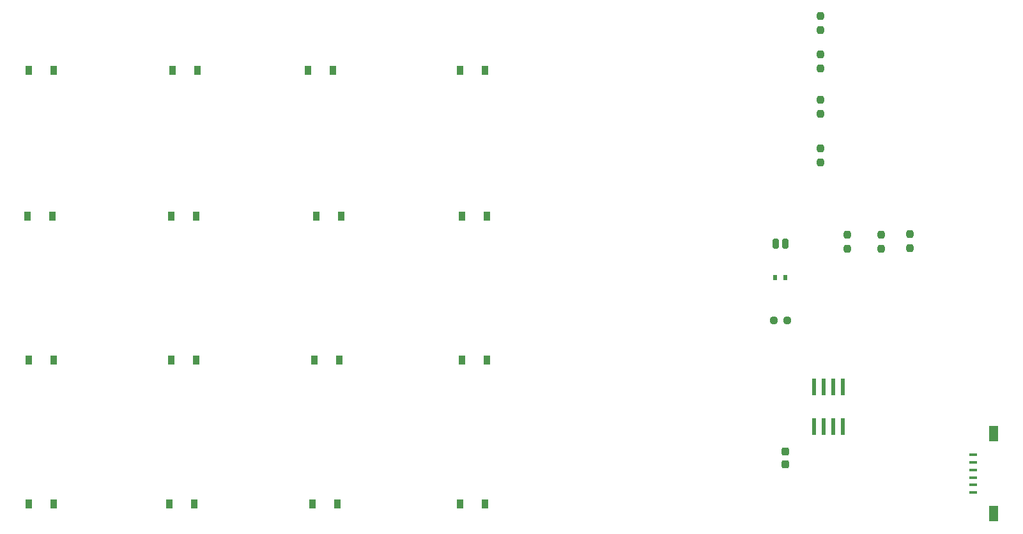
<source format=gbr>
%TF.GenerationSoftware,KiCad,Pcbnew,(6.0.1)*%
%TF.CreationDate,2022-11-10T11:06:11+08:00*%
%TF.ProjectId,Scroller1,5363726f-6c6c-4657-9231-2e6b69636164,rev?*%
%TF.SameCoordinates,Original*%
%TF.FileFunction,Paste,Top*%
%TF.FilePolarity,Positive*%
%FSLAX46Y46*%
G04 Gerber Fmt 4.6, Leading zero omitted, Abs format (unit mm)*
G04 Created by KiCad (PCBNEW (6.0.1)) date 2022-11-10 11:06:11*
%MOMM*%
%LPD*%
G01*
G04 APERTURE LIST*
G04 Aperture macros list*
%AMRoundRect*
0 Rectangle with rounded corners*
0 $1 Rounding radius*
0 $2 $3 $4 $5 $6 $7 $8 $9 X,Y pos of 4 corners*
0 Add a 4 corners polygon primitive as box body*
4,1,4,$2,$3,$4,$5,$6,$7,$8,$9,$2,$3,0*
0 Add four circle primitives for the rounded corners*
1,1,$1+$1,$2,$3*
1,1,$1+$1,$4,$5*
1,1,$1+$1,$6,$7*
1,1,$1+$1,$8,$9*
0 Add four rect primitives between the rounded corners*
20,1,$1+$1,$2,$3,$4,$5,0*
20,1,$1+$1,$4,$5,$6,$7,0*
20,1,$1+$1,$6,$7,$8,$9,0*
20,1,$1+$1,$8,$9,$2,$3,0*%
G04 Aperture macros list end*
%ADD10R,0.900000X1.200000*%
%ADD11RoundRect,0.237500X0.237500X-0.250000X0.237500X0.250000X-0.237500X0.250000X-0.237500X-0.250000X0*%
%ADD12RoundRect,0.237500X0.237500X-0.300000X0.237500X0.300000X-0.237500X0.300000X-0.237500X-0.300000X0*%
%ADD13RoundRect,0.237500X-0.237500X0.250000X-0.237500X-0.250000X0.237500X-0.250000X0.237500X0.250000X0*%
%ADD14RoundRect,0.208750X0.208750X0.431250X-0.208750X0.431250X-0.208750X-0.431250X0.208750X-0.431250X0*%
%ADD15R,0.600000X2.200000*%
%ADD16R,0.600000X0.700000*%
%ADD17RoundRect,0.237500X-0.250000X-0.237500X0.250000X-0.237500X0.250000X0.237500X-0.250000X0.237500X0*%
%ADD18R,1.000000X0.400000*%
%ADD19R,1.300000X2.000000*%
G04 APERTURE END LIST*
D10*
%TO.C,D1_1*%
X119194000Y-91821000D03*
X115894000Y-91821000D03*
%TD*%
D11*
%TO.C,RS_2*%
X182696075Y-78279000D03*
X182696075Y-76454000D03*
%TD*%
D12*
%TO.C,C1*%
X178040000Y-124714000D03*
X178040000Y-122989000D03*
%TD*%
D10*
%TO.C,D2_0*%
X138496000Y-110871000D03*
X135196000Y-110871000D03*
%TD*%
D13*
%TO.C,RT_4*%
X194550000Y-94234000D03*
X194550000Y-96059000D03*
%TD*%
D10*
%TO.C,D0_1*%
X118135400Y-72517000D03*
X114835400Y-72517000D03*
%TD*%
D14*
%TO.C,C2*%
X178032500Y-95504000D03*
X176777500Y-95504000D03*
%TD*%
D10*
%TO.C,D1_0*%
X138498000Y-91821000D03*
X135198000Y-91821000D03*
%TD*%
D15*
%TO.C,UM1*%
X181850035Y-119692460D03*
X183120035Y-119692460D03*
X184390035Y-119692460D03*
X185660035Y-119692460D03*
X185660035Y-114492460D03*
X184390035Y-114492460D03*
X183120035Y-114492460D03*
X181850035Y-114492460D03*
%TD*%
D10*
%TO.C,D1_2*%
X100016000Y-91821000D03*
X96716000Y-91821000D03*
%TD*%
%TO.C,D2_3*%
X81092000Y-110871000D03*
X77792000Y-110871000D03*
%TD*%
D13*
%TO.C,RT_2*%
X190740000Y-94314000D03*
X190740000Y-96139000D03*
%TD*%
D16*
%TO.C,D1*%
X178054000Y-99949000D03*
X176654000Y-99949000D03*
%TD*%
D11*
%TO.C,RM_1*%
X182696075Y-72286500D03*
X182696075Y-70461500D03*
%TD*%
D13*
%TO.C,RT_3*%
X186295000Y-94314000D03*
X186295000Y-96139000D03*
%TD*%
D17*
%TO.C,RT_1*%
X176492500Y-105664000D03*
X178317500Y-105664000D03*
%TD*%
D10*
%TO.C,D0_3*%
X81092000Y-72517000D03*
X77792000Y-72517000D03*
%TD*%
D11*
%TO.C,RS_1*%
X182696075Y-84709000D03*
X182696075Y-82884000D03*
%TD*%
D10*
%TO.C,D3_1*%
X118684000Y-129921000D03*
X115384000Y-129921000D03*
%TD*%
%TO.C,D2_1*%
X118938000Y-110871000D03*
X115638000Y-110871000D03*
%TD*%
D18*
%TO.C,UVW1*%
X202947000Y-128444000D03*
X202947000Y-127444000D03*
X202947000Y-126444000D03*
X202947000Y-125444000D03*
X202947000Y-124444000D03*
X202947000Y-123444000D03*
D19*
X205647000Y-120644000D03*
X205647000Y-131244000D03*
%TD*%
D10*
%TO.C,D2_2*%
X100014000Y-110871000D03*
X96714000Y-110871000D03*
%TD*%
%TO.C,D3_3*%
X81092000Y-129921000D03*
X77792000Y-129921000D03*
%TD*%
%TO.C,D3_0*%
X138242000Y-129921000D03*
X134942000Y-129921000D03*
%TD*%
%TO.C,D0_2*%
X100142000Y-72517000D03*
X96842000Y-72517000D03*
%TD*%
%TO.C,D1_3*%
X80966000Y-91821000D03*
X77666000Y-91821000D03*
%TD*%
D11*
%TO.C,RM_2*%
X182696075Y-67206500D03*
X182696075Y-65381500D03*
%TD*%
D10*
%TO.C,D3_2*%
X99760000Y-129921000D03*
X96460000Y-129921000D03*
%TD*%
%TO.C,D0_0*%
X138242000Y-72517000D03*
X134942000Y-72517000D03*
%TD*%
M02*

</source>
